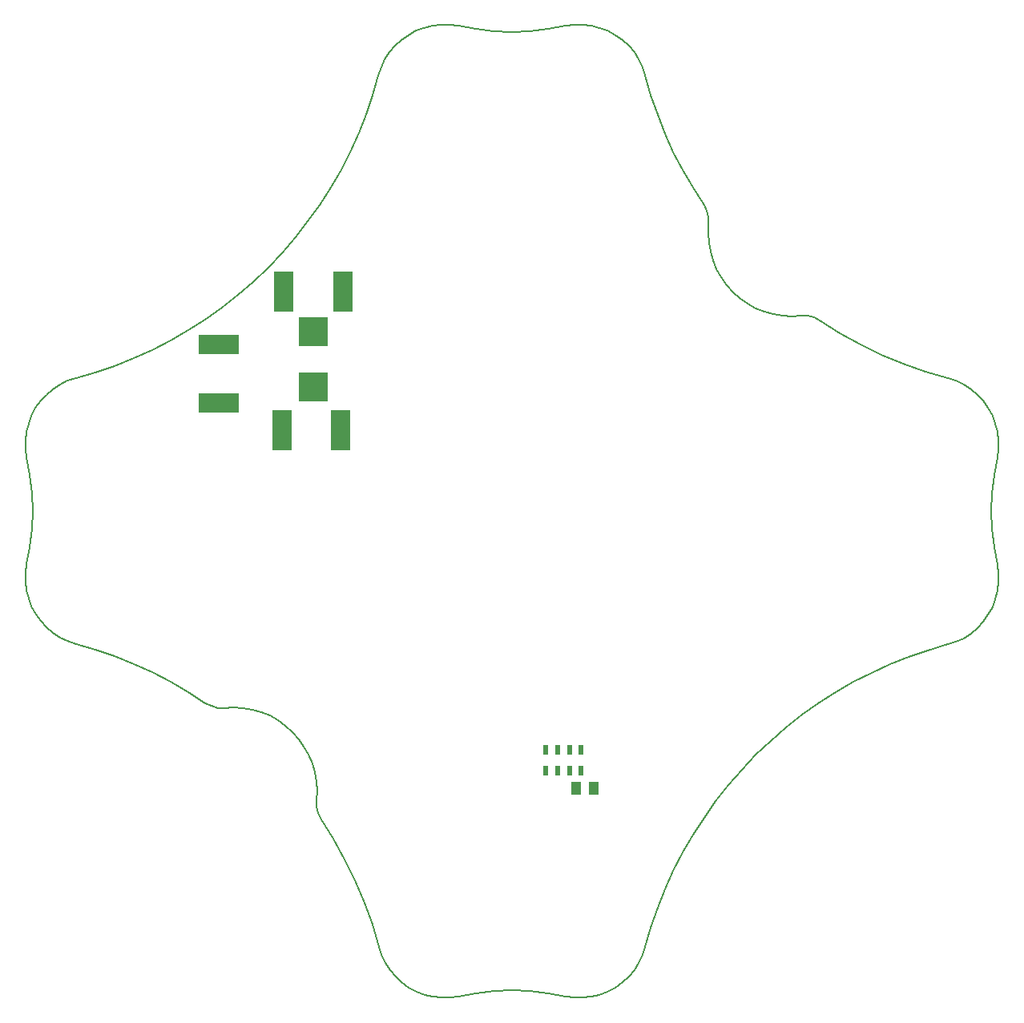
<source format=gbp>
%FSTAX23Y23*%
%MOIN*%
%SFA1B1*%

%IPPOS*%
%ADD16C,0.008000*%
%ADD17R,0.078740X0.169290*%
%ADD29R,0.039370X0.055120*%
%ADD39R,0.122050X0.122050*%
%ADD105R,0.169290X0.078740*%
%ADD106R,0.023620X0.043310*%
%LNflightcontroller-1*%
%LPD*%
G54D16*
X02937Y0082D02*
X02976Y00813D01*
X03053Y00813D02*
X03081Y00813D01*
X02864Y00845D02*
X029Y0083D01*
X02937Y0082*
X03081Y00813D02*
X03108Y00806D01*
X03132Y00794*
X03014Y00811D02*
X03053Y00813D01*
X02976Y00813D02*
X03014Y00811D01*
X0272Y00973D02*
X02743Y00941D01*
X02769Y00912*
X02686Y01043D02*
X02701Y01007D01*
X0272Y00973*
X02798Y00886D02*
X0283Y00864D01*
X02864Y00845*
X02769Y00912D02*
X02798Y00886D01*
X0376Y00508D02*
X03787Y00485D01*
X03812Y00459*
X03698Y00543D02*
X0373Y00528D01*
X0376Y00508*
X03849Y00398D02*
X03862Y00365D01*
X03871Y0033*
X03812Y00459D02*
X03832Y0043D01*
X03849Y00398*
X033Y00695D02*
X03388Y00652D01*
X03478Y00615*
X03132Y00794D02*
X03215Y00742D01*
X033Y00695*
X0357Y00582D02*
X03664Y00554D01*
X03698Y00543*
X03478Y00615D02*
X0357Y00582D01*
X0228Y01982D02*
X02309Y01961D01*
X02336Y01937*
X02215Y02012D02*
X02248Y01999D01*
X0228Y01982*
X02378Y01879D02*
X02394Y01847D01*
X02405Y01813*
X02336Y01937D02*
X02359Y0191D01*
X02378Y01879*
X02145Y02024D02*
X0218Y0202D01*
X02215Y02012*
X02109Y02024D02*
X02145Y02024D01*
X02073Y02019D02*
X02109Y02024D01*
X01999Y02006D02*
X02073Y02019D01*
X01925Y01997D02*
X01999Y02006D01*
X0185Y01993D02*
X01925Y01997D01*
X02668Y01224D02*
X02668Y01196D01*
X02666Y01157D02*
X02668Y01196D01*
X02649Y01275D02*
X02662Y0125D01*
X02668Y01224*
X02669Y01118D02*
X02676Y0108D01*
X02686Y01043*
X02666Y01157D02*
X02669Y01118D01*
X02456Y01651D02*
X02487Y01572D01*
X02522Y01495*
X02405Y01813D02*
X02428Y01732D01*
X02456Y01651*
X02561Y0142D02*
X02603Y01346D01*
X02649Y01275*
X02522Y01495D02*
X02561Y0142D01*
X03871Y0033D02*
X03875Y00294D01*
X03874Y00258D02*
X03875Y00294D01*
X03869Y00223D02*
X03874Y00258D01*
X03857Y-00149D02*
X03869Y-00223D01*
X03874Y-00258D02*
X03875Y-00294D01*
X03871Y-0033D02*
X03875Y-00294D01*
X03869Y-00223D02*
X03874Y-00258D01*
X03862Y-00365D02*
X03871Y-0033D01*
X03857Y00149D02*
X03869Y00223D01*
X03848Y00074D02*
X03857Y00149D01*
X03843Y0D02*
X03848Y00074D01*
X03843Y0D02*
X03848Y-00074D01*
X03857Y-00149*
X03849Y-00398D02*
X03862Y-00365D01*
X03832Y-0043D02*
X03849Y-00398D01*
X03812Y-00459D02*
X03832Y-0043D01*
X03787Y-00485D02*
X03812Y-00459D01*
X0376Y-00508D02*
X03787Y-00485D01*
X0373Y-00528D02*
X0376Y-00508D01*
X03698Y-00543D02*
X0373Y-00528D01*
X03664Y-00554D02*
X03698Y-00543D01*
X03582Y-00578D02*
X03664Y-00554D01*
X03502Y-00605D02*
X03582Y-00578D01*
X03423Y-00637D02*
X03502Y-00605D01*
X03346Y-00672D02*
X03423Y-00637D01*
X0327Y-0071D02*
X03346Y-00672D01*
X03197Y-00753D02*
X0327Y-0071D01*
X03125Y-00798D02*
X03197Y-00753D01*
X03056Y-00847D02*
X03125Y-00798D01*
X0299Y-009D02*
X03056Y-00847D01*
X02926Y-00955D02*
X0299Y-009D01*
X02864Y-01014D02*
X02926Y-00955D01*
X02806Y-01075D02*
X02864Y-01014D01*
X0275Y-01139D02*
X02806Y-01075D01*
X02698Y-01206D02*
X0275Y-01139D01*
X02649Y-01275D02*
X02698Y-01206D01*
X02603Y-01346D02*
X02649Y-01275D01*
X02561Y-0142D02*
X02603Y-01346D01*
X02522Y-01495D02*
X02561Y-0142D01*
X02487Y-01573D02*
X02522Y-01495D01*
X02456Y-01651D02*
X02487Y-01573D01*
X02428Y-01732D02*
X02456Y-01651D01*
X02405Y-01813D02*
X02428Y-01732D01*
X02394Y-01847D02*
X02405Y-01813D01*
X02378Y-01879D02*
X02394Y-01847D01*
X02359Y-0191D02*
X02378Y-01879D01*
X02336Y-01937D02*
X02359Y-0191D01*
X02309Y-01961D02*
X02336Y-01937D01*
X0228Y-01982D02*
X02309Y-01961D01*
X02248Y-01999D02*
X0228Y-01982D01*
X02215Y-02012D02*
X02248Y-01999D01*
X01999Y-02006D02*
X02073Y-02019D01*
X0218Y-0202D02*
X02215Y-02012D01*
X0185Y-01993D02*
X01925Y-01997D01*
X01999Y-02006*
X02145Y-02024D02*
X0218Y-0202D01*
X02109Y-02024D02*
X02145Y-02024D01*
X02073Y-02019D02*
X02109Y-02024D01*
X01555Y02024D02*
X01591Y02024D01*
X01627Y02019*
X0152Y0202D02*
X01555Y02024D01*
X01485Y02012D02*
X0152Y0202D01*
X01701Y02006D02*
X01775Y01997D01*
X0185Y01993*
X01627Y02019D02*
X01701Y02006D01*
X01451Y01999D02*
X01485Y02012D01*
X0142Y01982D02*
X01451Y01999D01*
X01391Y01961D02*
X0142Y01982D01*
X01364Y01937D02*
X01391Y01961D01*
X01341Y0191D02*
X01364Y01937D01*
X01322Y01879D02*
X01341Y0191D01*
X01306Y01847D02*
X01322Y01879D01*
X01295Y01813D02*
X01306Y01847D01*
X01271Y01732D02*
X01295Y01813D01*
X01244Y01651D02*
X01271Y01732D01*
X01213Y01573D02*
X01244Y01651D01*
X01178Y01495D02*
X01213Y01573D01*
X01139Y0142D02*
X01178Y01495D01*
X01097Y01346D02*
X01139Y0142D01*
X01051Y01275D02*
X01097Y01346D01*
X01002Y01206D02*
X01051Y01275D01*
X0095Y01139D02*
X01002Y01206D01*
X00894Y01075D02*
X0095Y01139D01*
X00836Y01014D02*
X00894Y01075D01*
X00774Y00955D02*
X00836Y01014D01*
X0071Y009D02*
X00774Y00955D01*
X00643Y00847D02*
X0071Y009D01*
X00574Y00798D02*
X00643Y00847D01*
X00503Y00753D02*
X00574Y00798D01*
X00429Y0071D02*
X00503Y00753D01*
X00354Y00672D02*
X00429Y0071D01*
X00277Y00637D02*
X00354Y00672D01*
X00198Y00605D02*
X00277Y00637D01*
X00118Y00578D02*
X00198Y00605D01*
X00036Y00554D02*
X00118Y00578D01*
X00002Y00543D02*
X00036Y00554D01*
X-00029Y00528D02*
X00002Y00543D01*
X-00059Y00508D02*
X-00029Y00528D01*
X-00087Y00485D02*
X-00059Y00508D01*
X-00111Y00459D02*
X-00087Y00485D01*
X-00132Y0043D02*
X-00111Y00459D01*
X-00149Y00398D02*
X-00132Y0043D01*
X-00161Y00365D02*
X-00149Y00398D01*
X-00147Y00074D02*
X-00143Y0D01*
X-00147Y-00074D02*
X-00143Y0D01*
X-00169Y00223D02*
X-00156Y00149D01*
X-00147Y00074*
X-00156Y-00148D02*
X-00147Y-00074D01*
X-00168Y-00221D02*
X-00156Y-00148D01*
X-0017Y-00328D02*
X-00161Y-00363D01*
X-0017Y0033D02*
X-00161Y00365D01*
X-00174Y00258D02*
X-00169Y00223D01*
X-00174Y00294D02*
X-0017Y0033D01*
X-00174Y00294D02*
X-00174Y00258D01*
X-00173Y-00257D02*
X-00168Y-00221D01*
X-00174Y-00293D02*
X-0017Y-00328D01*
X-00174Y-00293D02*
X-00173Y-00257D01*
X01108Y-01364D02*
X01155Y-0145D01*
X01198Y-01537*
X01043Y-01257D02*
X01056Y-01282D01*
X01108Y-01364*
X01269Y-01719D02*
X01297Y-01813D01*
X01308Y-01847*
X01198Y-01537D02*
X01236Y-01628D01*
X01269Y-01719*
X0103Y-01087D02*
X01036Y-01125D01*
X01039Y-01164*
X01004Y-01013D02*
X01019Y-01049D01*
X0103Y-01087*
X01036Y-01203D02*
X01039Y-01164D01*
X01036Y-0123D02*
X01043Y-01257D01*
X01036Y-01203D02*
X01036Y-0123D01*
X01776Y-01997D02*
X0185Y-01993D01*
X01702Y-02006D02*
X01776Y-01997D01*
X01628Y-02019D02*
X01702Y-02006D01*
X01487Y-02012D02*
X01521Y-0202D01*
X01593Y-02024D02*
X01628Y-02019D01*
X01557Y-02024D02*
X01593Y-02024D01*
X01521Y-0202D02*
X01557Y-02024D01*
X01343Y-01909D02*
X01366Y-01937D01*
X01392Y-01961*
X01308Y-01847D02*
X01323Y-01879D01*
X01343Y-01909*
X01422Y-01982D02*
X01453Y-01999D01*
X01487Y-02012*
X01392Y-01961D02*
X01422Y-01982D01*
X00118Y-00577D02*
X00198Y-00604D01*
X00277Y-00636*
X00002Y-00541D02*
X00036Y-00553D01*
X00118Y-00577*
X0043Y-0071D02*
X00503Y-00753D01*
X00575Y-00798*
X00277Y-00636D02*
X00354Y-00671D01*
X0043Y-0071*
X-00131Y-00428D02*
X-00111Y-00457D01*
X-00086Y-00483*
X-00161Y-00363D02*
X-00148Y-00396D01*
X-00131Y-00428*
X-00059Y-00506D02*
X-00029Y-00526D01*
X00002Y-00541*
X-00086Y-00483D02*
X-00059Y-00506D01*
X00877Y-0087D02*
X00908Y-00893D01*
X00937Y-00919*
X00807Y-00836D02*
X00843Y-00851D01*
X00877Y-0087*
X00963Y-00948D02*
X00985Y-00979D01*
X01004Y-01013*
X00937Y-00919D02*
X00963Y-00948D01*
X00653Y-00818D02*
X00692Y-00816D01*
X00626Y-00818D02*
X00653Y-00818D01*
X00575Y-00798D02*
X00599Y-00811D01*
X00626Y-00818*
X00731Y-00818D02*
X00769Y-00825D01*
X00807Y-00836*
X00692Y-00816D02*
X00731Y-00818D01*
G54D17*
X00894Y00338D03*
X01138D03*
X00902Y00914D03*
X01146D03*
G54D29*
X02116Y-01153D03*
X02189D03*
G54D39*
X01025Y00746D03*
Y00517D03*
G54D105*
X00629Y00693D03*
Y00449D03*
G54D106*
X02089Y-00993D03*
X02039D03*
X02138D03*
X0199D03*
X02089Y-01079D03*
X02138D03*
X0199D03*
X02039D03*
M02*
</source>
